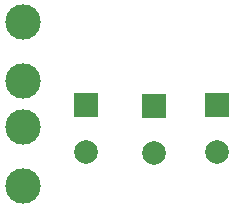
<source format=gbr>
G04 #@! TF.GenerationSoftware,KiCad,Pcbnew,(5.0.1)-3*
G04 #@! TF.CreationDate,2019-03-05T12:35:37-07:00*
G04 #@! TF.ProjectId,BatteryPowerLevel,42617474657279506F7765724C657665,rev?*
G04 #@! TF.SameCoordinates,Original*
G04 #@! TF.FileFunction,Copper,L2,Bot,Signal*
G04 #@! TF.FilePolarity,Positive*
%FSLAX46Y46*%
G04 Gerber Fmt 4.6, Leading zero omitted, Abs format (unit mm)*
G04 Created by KiCad (PCBNEW (5.0.1)-3) date 2019-03-05 12:35:37 PM*
%MOMM*%
%LPD*%
G01*
G04 APERTURE LIST*
G04 #@! TA.AperFunction,ComponentPad*
%ADD10C,2.000000*%
G04 #@! TD*
G04 #@! TA.AperFunction,ComponentPad*
%ADD11R,2.000000X2.000000*%
G04 #@! TD*
G04 #@! TA.AperFunction,ComponentPad*
%ADD12C,3.000000*%
G04 #@! TD*
G04 APERTURE END LIST*
D10*
G04 #@! TO.P,DA7,1*
G04 #@! TO.N,Net-(DA7-Pad1)*
X139954000Y-99917000D03*
D11*
G04 #@! TO.P,DA7,2*
G04 #@! TO.N,Net-(DA6-Pad2)*
X139954000Y-95917000D03*
G04 #@! TD*
D10*
G04 #@! TO.P,DB7,1*
G04 #@! TO.N,Net-(DB7-Pad1)*
X145669000Y-100044000D03*
D11*
G04 #@! TO.P,DB7,2*
G04 #@! TO.N,Net-(DB6-Pad2)*
X145669000Y-96044000D03*
G04 #@! TD*
G04 #@! TO.P,DC7,2*
G04 #@! TO.N,Net-(DC6-Pad2)*
X151003000Y-95917000D03*
D10*
G04 #@! TO.P,DC7,1*
G04 #@! TO.N,Net-(DC7-Pad1)*
X151003000Y-99917000D03*
G04 #@! TD*
D12*
G04 #@! TO.P,J1,1*
G04 #@! TO.N,Net-(J1-Pad1)*
X134620000Y-97830000D03*
G04 #@! TO.P,J1,2*
G04 #@! TO.N,Net-(J1-Pad2)*
X134620000Y-102830000D03*
G04 #@! TD*
G04 #@! TO.P,SW1,2*
G04 #@! TO.N,Net-(DA1-Pad2)*
X134620000Y-88940000D03*
G04 #@! TO.P,SW1,1*
G04 #@! TO.N,Net-(J1-Pad1)*
X134620000Y-93940000D03*
G04 #@! TD*
M02*

</source>
